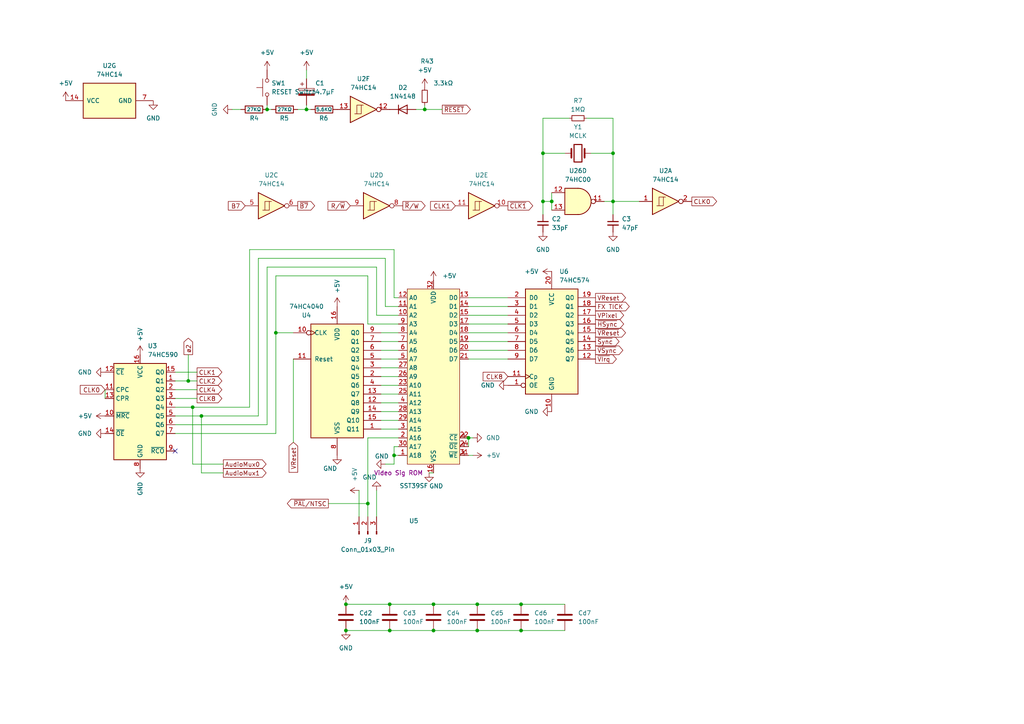
<source format=kicad_sch>
(kicad_sch (version 20231120) (generator "eeschema") (generator_version "8.0")
  (paper "A4")
  (title_block (title "Clock and Reset"))
  (lib_symbols
    (symbol "4xxx:4040" (pin_names (offset 1.016))
      (property "Reference" "U" (at -7.62 16.51 0))
      (property "Value" "4040" (at -7.62 -19.05 0))
      (symbol "4040_1_0"
        (pin output line (at 12.7 -15.24 180) (length 5.08) (name "Q11") (number "1"))
        (pin input inverted_clock (at -12.7 12.7 0) (length 5.08) (name "CLK") (number "10"))
        (pin input line (at -12.7 5.08 0) (length 5.08) (name "Reset") (number "11"))
        (pin output line (at 12.7 -7.62 180) (length 5.08) (name "Q8") (number "12"))
        (pin output line (at 12.7 -5.08 180) (length 5.08) (name "Q7") (number "13"))
        (pin output line (at 12.7 -10.16 180) (length 5.08) (name "Q9") (number "14"))
        (pin output line (at 12.7 -12.7 180) (length 5.08) (name "Q10") (number "15"))
        (pin power_in line (at 0 20.32 270) (length 5.08) (name "VDD") (number "16"))
        (pin output line (at 12.7 0 180) (length 5.08) (name "Q5") (number "2"))
        (pin output line (at 12.7 2.54 180) (length 5.08) (name "Q4") (number "3"))
        (pin output line (at 12.7 -2.54 180) (length 5.08) (name "Q6") (number "4"))
        (pin output line (at 12.7 5.08 180) (length 5.08) (name "Q3") (number "5"))
        (pin output line (at 12.7 7.62 180) (length 5.08) (name "Q2") (number "6"))
        (pin output line (at 12.7 10.16 180) (length 5.08) (name "Q1") (number "7"))
        (pin power_in line (at 0 -22.86 90) (length 5.08) (name "VSS") (number "8"))
        (pin output line (at 12.7 12.7 180) (length 5.08) (name "Q0") (number "9"))
      )
      (symbol "4040_1_1"
        (rectangle (start -7.62 15.24) (end 7.62 -17.78) (stroke (width 0.254)) (fill (type background)))
      )
    )
    (symbol "74xx:74HC00" (pin_names (offset 1.016))
      (property "Reference" "U" (at 0 1.27 0))
      (property "Value" "74HC00" (at 0 -1.27 0))
      (symbol "74HC00_1_1"
        (arc (start 0 -3.81) (mid 3.7934 0) (end 0 3.81) (stroke (width 0.254)) (fill (type background)))
        (polyline (pts (xy 0 3.81) (xy -3.81 3.81) (xy -3.81 -3.81) (xy 0 -3.81)) (stroke (width 0.254)) (fill (type background)))
        (pin input line (at -7.62 2.54 0) (length 3.81) (name "~") (number "1"))
        (pin input line (at -7.62 -2.54 0) (length 3.81) (name "~") (number "2"))
        (pin output inverted (at 7.62 0 180) (length 3.81) (name "~") (number "3"))
      )
      (symbol "74HC00_1_2"
        (arc (start -3.81 -3.81) (mid -2.589 0) (end -3.81 3.81) (stroke (width 0.254)))
        (arc (start -0.6096 -3.81) (mid 2.1842 -2.5851) (end 3.81 0) (stroke (width 0.254)) (fill (type background)))
        (polyline (pts (xy -3.81 -3.81) (xy -0.635 -3.81)) (stroke (width 0.254)) (fill (type background)))
        (polyline (pts (xy -3.81 3.81) (xy -0.635 3.81)) (stroke (width 0.254)) (fill (type background)))
        (polyline (pts (xy -0.635 3.81) (xy -3.81 3.81) (xy -3.81 3.81) (xy -3.556 3.4036) (xy -3.0226 2.2606) (xy -2.6924 1.0414) (xy -2.6162 -0.254) (xy -2.7686 -1.4986) (xy -3.175 -2.7178) (xy -3.81 -3.81) (xy -3.81 -3.81) (xy -0.635 -3.81)) (stroke (width -25.4)) (fill (type background)))
        (arc (start 3.81 0) (mid 2.1915 2.5936) (end -0.6096 3.81) (stroke (width 0.254)) (fill (type background)))
        (pin input inverted (at -7.62 2.54 0) (length 4.318) (name "~") (number "1"))
        (pin input inverted (at -7.62 -2.54 0) (length 4.318) (name "~") (number "2"))
        (pin output line (at 7.62 0 180) (length 3.81) (name "~") (number "3"))
      )
      (symbol "74HC00_2_1"
        (arc (start 0 -3.81) (mid 3.7934 0) (end 0 3.81) (stroke (width 0.254)) (fill (type background)))
        (polyline (pts (xy 0 3.81) (xy -3.81 3.81) (xy -3.81 -3.81) (xy 0 -3.81)) (stroke (width 0.254)) (fill (type background)))
        (pin input line (at -7.62 2.54 0) (length 3.81) (name "~") (number "4"))
        (pin input line (at -7.62 -2.54 0) (length 3.81) (name "~") (number "5"))
        (pin output inverted (at 7.62 0 180) (length 3.81) (name "~") (number "6"))
      )
      (symbol "74HC00_2_2"
        (arc (start -3.81 -3.81) (mid -2.589 0) (end -3.81 3.81) (stroke (width 0.254)))
        (arc (start -0.6096 -3.81) (mid 2.1842 -2.5851) (end 3.81 0) (stroke (width 0.254)) (fill (type background)))
        (polyline (pts (xy -3.81 -3.81) (xy -0.635 -3.81)) (stroke (width 0.254)) (fill (type background)))
        (polyline (pts (xy -3.81 3.81) (xy -0.635 3.81)) (stroke (width 0.254)) (fill (type background)))
        (polyline (pts (xy -0.635 3.81) (xy -3.81 3.81) (xy -3.81 3.81) (xy -3.556 3.4036) (xy -3.0226 2.2606) (xy -2.6924 1.0414) (xy -2.6162 -0.254) (xy -2.7686 -1.4986) (xy -3.175 -2.7178) (xy -3.81 -3.81) (xy -3.81 -3.81) (xy -0.635 -3.81)) (stroke (width -25.4)) (fill (type background)))
        (arc (start 3.81 0) (mid 2.1915 2.5936) (end -0.6096 3.81) (stroke (width 0.254)) (fill (type background)))
        (pin input inverted (at -7.62 2.54 0) (length 4.318) (name "~") (number "4"))
        (pin input inverted (at -7.62 -2.54 0) (length 4.318) (name "~") (number "5"))
        (pin output line (at 7.62 0 180) (length 3.81) (name "~") (number "6"))
      )
      (symbol "74HC00_3_1"
        (arc (start 0 -3.81) (mid 3.7934 0) (end 0 3.81) (stroke (width 0.254)) (fill (type background)))
        (polyline (pts (xy 0 3.81) (xy -3.81 3.81) (xy -3.81 -3.81) (xy 0 -3.81)) (stroke (width 0.254)) (fill (type background)))
        (pin input line (at -7.62 -2.54 0) (length 3.81) (name "~") (number "10"))
        (pin output inverted (at 7.62 0 180) (length 3.81) (name "~") (number "8"))
        (pin input line (at -7.62 2.54 0) (length 3.81) (name "~") (number "9"))
      )
      (symbol "74HC00_3_2"
        (arc (start -3.81 -3.81) (mid -2.589 0) (end -3.81 3.81) (stroke (width 0.254)))
        (arc (start -0.6096 -3.81) (mid 2.1842 -2.5851) (end 3.81 0) (stroke (width 0.254)) (fill (type background)))
        (polyline (pts (xy -3.81 -3.81) (xy -0.635 -3.81)) (stroke (width 0.254)) (fill (type background)))
        (polyline (pts (xy -3.81 3.81) (xy -0.635 3.81)) (stroke (width 0.254)) (fill (type background)))
        (polyline (pts (xy -0.635 3.81) (xy -3.81 3.81) (xy -3.81 3.81) (xy -3.556 3.4036) (xy -3.0226 2.2606) (xy -2.6924 1.0414) (xy -2.6162 -0.254) (xy -2.7686 -1.4986) (xy -3.175 -2.7178) (xy -3.81 -3.81) (xy -3.81 -3.81) (xy -0.635 -3.81)) (stroke (width -25.4)) (fill (type background)))
        (arc (start 3.81 0) (mid 2.1915 2.5936) (end -0.6096 3.81) (stroke (width 0.254)) (fill (type background)))
        (pin input inverted (at -7.62 -2.54 0) (length 4.318) (name "~") (number "10"))
        (pin output line (at 7.62 0 180) (length 3.81) (name "~") (number "8"))
        (pin input inverted (at -7.62 2.54 0) (length 4.318) (name "~") (number "9"))
      )
      (symbol "74HC00_4_1"
        (arc (start 0 -3.81) (mid 3.7934 0) (end 0 3.81) (stroke (width 0.254)) (fill (type background)))
        (polyline (pts (xy 0 3.81) (xy -3.81 3.81) (xy -3.81 -3.81) (xy 0 -3.81)) (stroke (width 0.254)) (fill (type background)))
        (pin output inverted (at 7.62 0 180) (length 3.81) (name "~") (number "11"))
        (pin input line (at -7.62 2.54 0) (length 3.81) (name "~") (number "12"))
        (pin input line (at -7.62 -2.54 0) (length 3.81) (name "~") (number "13"))
      )
      (symbol "74HC00_4_2"
        (arc (start -3.81 -3.81) (mid -2.589 0) (end -3.81 3.81) (stroke (width 0.254)))
        (arc (start -0.6096 -3.81) (mid 2.1842 -2.5851) (end 3.81 0) (stroke (width 0.254)) (fill (type background)))
        (polyline (pts (xy -3.81 -3.81) (xy -0.635 -3.81)) (stroke (width 0.254)) (fill (type background)))
        (polyline (pts (xy -3.81 3.81) (xy -0.635 3.81)) (stroke (width 0.254)) (fill (type background)))
        (polyline (pts (xy -0.635 3.81) (xy -3.81 3.81) (xy -3.81 3.81) (xy -3.556 3.4036) (xy -3.0226 2.2606) (xy -2.6924 1.0414) (xy -2.6162 -0.254) (xy -2.7686 -1.4986) (xy -3.175 -2.7178) (xy -3.81 -3.81) (xy -3.81 -3.81) (xy -0.635 -3.81)) (stroke (width -25.4)) (fill (type background)))
        (arc (start 3.81 0) (mid 2.1915 2.5936) (end -0.6096 3.81) (stroke (width 0.254)) (fill (type background)))
        (pin output line (at 7.62 0 180) (length 3.81) (name "~") (number "11"))
        (pin input inverted (at -7.62 2.54 0) (length 4.318) (name "~") (number "12"))
        (pin input inverted (at -7.62 -2.54 0) (length 4.318) (name "~") (number "13"))
      )
      (symbol "74HC00_5_0"
        (pin power_in line (at 0 12.7 270) (length 5.08) (name "VCC") (number "14"))
        (pin power_in line (at 0 -12.7 90) (length 5.08) (name "GND") (number "7"))
      )
      (symbol "74HC00_5_1"
        (rectangle (start -5.08 7.62) (end 5.08 -7.62) (stroke (width 0.254)) (fill (type background)))
      )
    )
    (symbol "74xx:74HC14" (pin_names (offset 1.016))
      (property "Reference" "U" (at 0 1.27 0))
      (property "Value" "74HC14" (at 0 -1.27 0))
      (symbol "74HC14_1_0"
        (polyline (pts (xy -3.81 3.81) (xy -3.81 -3.81) (xy 3.81 0) (xy -3.81 3.81)) (stroke (width 0.254)) (fill (type background)))
        (pin input line (at -7.62 0 0) (length 3.81) (name "~") (number "1"))
        (pin output inverted (at 7.62 0 180) (length 3.81) (name "~") (number "2"))
      )
      (symbol "74HC14_1_1"
        (polyline (pts (xy -1.905 -1.27) (xy -1.905 1.27) (xy -0.635 1.27)))
        (polyline (pts (xy -2.54 -1.27) (xy -0.635 -1.27) (xy -0.635 1.27) (xy 0 1.27)))
      )
      (symbol "74HC14_2_0"
        (polyline (pts (xy -3.81 3.81) (xy -3.81 -3.81) (xy 3.81 0) (xy -3.81 3.81)) (stroke (width 0.254)) (fill (type background)))
        (pin input line (at -7.62 0 0) (length 3.81) (name "~") (number "3"))
        (pin output inverted (at 7.62 0 180) (length 3.81) (name "~") (number "4"))
      )
      (symbol "74HC14_2_1"
        (polyline (pts (xy -1.905 -1.27) (xy -1.905 1.27) (xy -0.635 1.27)))
        (polyline (pts (xy -2.54 -1.27) (xy -0.635 -1.27) (xy -0.635 1.27) (xy 0 1.27)))
      )
      (symbol "74HC14_3_0"
        (polyline (pts (xy -3.81 3.81) (xy -3.81 -3.81) (xy 3.81 0) (xy -3.81 3.81)) (stroke (width 0.254)) (fill (type background)))
        (pin input line (at -7.62 0 0) (length 3.81) (name "~") (number "5"))
        (pin output inverted (at 7.62 0 180) (length 3.81) (name "~") (number "6"))
      )
      (symbol "74HC14_3_1"
        (polyline (pts (xy -1.905 -1.27) (xy -1.905 1.27) (xy -0.635 1.27)))
        (polyline (pts (xy -2.54 -1.27) (xy -0.635 -1.27) (xy -0.635 1.27) (xy 0 1.27)))
      )
      (symbol "74HC14_4_0"
        (polyline (pts (xy -3.81 3.81) (xy -3.81 -3.81) (xy 3.81 0) (xy -3.81 3.81)) (stroke (width 0.254)) (fill (type background)))
        (pin output inverted (at 7.62 0 180) (length 3.81) (name "~") (number "8"))
        (pin input line (at -7.62 0 0) (length 3.81) (name "~") (number "9"))
      )
      (symbol "74HC14_4_1"
        (polyline (pts (xy -1.905 -1.27) (xy -1.905 1.27) (xy -0.635 1.27)))
        (polyline (pts (xy -2.54 -1.27) (xy -0.635 -1.27) (xy -0.635 1.27) (xy 0 1.27)))
      )
      (symbol "74HC14_5_0"
        (polyline (pts (xy -3.81 3.81) (xy -3.81 -3.81) (xy 3.81 0) (xy -3.81 3.81)) (stroke (width 0.254)) (fill (type background)))
        (pin output inverted (at 7.62 0 180) (length 3.81) (name "~") (number "10"))
        (pin input line (at -7.62 0 0) (length 3.81) (name "~") (number "11"))
      )
      (symbol "74HC14_5_1"
        (polyline (pts (xy -1.905 -1.27) (xy -1.905 1.27) (xy -0.635 1.27)))
        (polyline (pts (xy -2.54 -1.27) (xy -0.635 -1.27) (xy -0.635 1.27) (xy 0 1.27)))
      )
      (symbol "74HC14_6_0"
        (polyline (pts (xy -3.81 3.81) (xy -3.81 -3.81) (xy 3.81 0) (xy -3.81 3.81)) (stroke (width 0.254)) (fill (type background)))
        (pin output inverted (at 7.62 0 180) (length 3.81) (name "~") (number "12"))
        (pin input line (at -7.62 0 0) (length 3.81) (name "~") (number "13"))
      )
      (symbol "74HC14_6_1"
        (polyline (pts (xy -1.905 -1.27) (xy -1.905 1.27) (xy -0.635 1.27)))
        (polyline (pts (xy -2.54 -1.27) (xy -0.635 -1.27) (xy -0.635 1.27) (xy 0 1.27)))
      )
      (symbol "74HC14_7_0"
        (pin power_in line (at 0 12.7 270) (length 5.08) (name "VCC") (number "14"))
        (pin power_in line (at 0 -12.7 90) (length 5.08) (name "GND") (number "7"))
      )
      (symbol "74HC14_7_1"
        (rectangle (start -5.08 7.62) (end 5.08 -7.62) (stroke (width 0.254)) (fill (type background)))
      )
    )
    (symbol "74xx:74HC590"
      (property "Reference" "U" (at -7.62 16.51 0))
      (property "Value" "74HC590" (at -7.62 -13.97 0))
      (symbol "74HC590_1_0"
        (pin tri_state line (at 10.16 10.16 180) (length 2.54) (name "Q1") (number "1"))
        (pin input line (at -10.16 0 0) (length 2.54) (name "~{MRC}") (number "10"))
        (pin input line (at -10.16 7.62 0) (length 2.54) (name "CPC") (number "11"))
        (pin input line (at -10.16 12.7 0) (length 2.54) (name "~{CE}") (number "12"))
        (pin input line (at -10.16 5.08 0) (length 2.54) (name "CPR") (number "13"))
        (pin input line (at -10.16 -5.08 0) (length 2.54) (name "~{OE}") (number "14"))
        (pin tri_state line (at 10.16 12.7 180) (length 2.54) (name "Q0") (number "15"))
        (pin power_in line (at 0 17.78 270) (length 2.54) (name "VCC") (number "16"))
        (pin tri_state line (at 10.16 7.62 180) (length 2.54) (name "Q2") (number "2"))
        (pin tri_state line (at 10.16 5.08 180) (length 2.54) (name "Q3") (number "3"))
        (pin tri_state line (at 10.16 2.54 180) (length 2.54) (name "Q4") (number "4"))
        (pin tri_state line (at 10.16 0 180) (length 2.54) (name "Q5") (number "5"))
        (pin tri_state line (at 10.16 -2.54 180) (length 2.54) (name "Q6") (number "6"))
        (pin tri_state line (at 10.16 -5.08 180) (length 2.54) (name "Q7") (number "7"))
        (pin power_in line (at 0 -15.24 90) (length 2.54) (name "GND") (number "8"))
        (pin output line (at 10.16 -10.16 180) (length 2.54) (name "~{RCO}") (number "9"))
      )
      (symbol "74HC590_1_1"
        (rectangle (start -7.62 15.24) (end 7.62 -12.7) (stroke (width 0.254)) (fill (type background)))
      )
    )
    (symbol "74xx:74HCT574" (pin_names (offset 1.016))
      (property "Reference" "U" (at -7.62 16.51 0))
      (property "Value" "74HCT574" (at -7.62 -16.51 0))
      (symbol "74HCT574_1_0"
        (pin input inverted (at -12.7 -12.7 0) (length 5.08) (name "OE") (number "1"))
        (pin power_in line (at 0 -20.32 90) (length 5.08) (name "GND") (number "10"))
        (pin input clock (at -12.7 -10.16 0) (length 5.08) (name "Cp") (number "11"))
        (pin tri_state line (at 12.7 -5.08 180) (length 5.08) (name "Q7") (number "12"))
        (pin tri_state line (at 12.7 -2.54 180) (length 5.08) (name "Q6") (number "13"))
        (pin tri_state line (at 12.7 0 180) (length 5.08) (name "Q5") (number "14"))
        (pin tri_state line (at 12.7 2.54 180) (length 5.08) (name "Q4") (number "15"))
        (pin tri_state line (at 12.7 5.08 180) (length 5.08) (name "Q3") (number "16"))
        (pin tri_state line (at 12.7 7.62 180) (length 5.08) (name "Q2") (number "17"))
        (pin tri_state line (at 12.7 10.16 180) (length 5.08) (name "Q1") (number "18"))
        (pin tri_state line (at 12.7 12.7 180) (length 5.08) (name "Q0") (number "19"))
        (pin input line (at -12.7 12.7 0) (length 5.08) (name "D0") (number "2"))
        (pin power_in line (at 0 20.32 270) (length 5.08) (name "VCC") (number "20"))
        (pin input line (at -12.7 10.16 0) (length 5.08) (name "D1") (number "3"))
        (pin input line (at -12.7 7.62 0) (length 5.08) (name "D2") (number "4"))
        (pin input line (at -12.7 5.08 0) (length 5.08) (name "D3") (number "5"))
        (pin input line (at -12.7 2.54 0) (length 5.08) (name "D4") (number "6"))
        (pin input line (at -12.7 0 0) (length 5.08) (name "D5") (number "7"))
        (pin input line (at -12.7 -2.54 0) (length 5.08) (name "D6") (number "8"))
        (pin input line (at -12.7 -5.08 0) (length 5.08) (name "D7") (number "9"))
      )
      (symbol "74HCT574_1_1"
        (rectangle (start -7.62 15.24) (end 7.62 -15.24) (stroke (width 0.254)) (fill (type background)))
      )
    )
    (symbol "Connector:Conn_01x03_Pin" (pin_names (offset 1.016) hide)
      (property "Reference" "J" (at 0 5.08 0))
      (property "Value" "Conn_01x03_Pin" (at 0 -5.08 0))
      (symbol "Conn_01x03_Pin_1_1"
        (polyline (pts (xy 1.27 -2.54) (xy 0.8636 -2.54)) (stroke (width 0.1524)))
        (polyline (pts (xy 1.27 0) (xy 0.8636 0)) (stroke (width 0.1524)))
        (polyline (pts (xy 1.27 2.54) (xy 0.8636 2.54)) (stroke (width 0.1524)))
        (rectangle (start 0.8636 -2.413) (end 0 -2.667) (stroke (width 0.1524)) (fill (type outline)))
        (rectangle (start 0.8636 0.127) (end 0 -0.127) (stroke (width 0.1524)) (fill (type outline)))
        (rectangle (start 0.8636 2.667) (end 0 2.413) (stroke (width 0.1524)) (fill (type outline)))
        (pin passive line (at 5.08 2.54 180) (length 3.81) (name "Pin_1") (number "1"))
        (pin passive line (at 5.08 0 180) (length 3.81) (name "Pin_2") (number "2"))
        (pin passive line (at 5.08 -2.54 180) (length 3.81) (name "Pin_3") (number "3"))
      )
    )
    (symbol "Device:C" (pin_numbers hide) (pin_names (offset 0.254))
      (property "Reference" "C" (at 0.635 2.54 0))
      (property "Value" "C" (at 0.635 -2.54 0))
      (symbol "C_0_1"
        (polyline (pts (xy -2.032 -0.762) (xy 2.032 -0.762)) (stroke (width 0.508)))
        (polyline (pts (xy -2.032 0.762) (xy 2.032 0.762)) (stroke (width 0.508)))
      )
      (symbol "C_1_1"
        (pin passive line (at 0 3.81 270) (length 2.794) (name "~") (number "1"))
        (pin passive line (at 0 -3.81 90) (length 2.794) (name "~") (number "2"))
      )
    )
    (symbol "Device:C_Polarized" (pin_numbers hide) (pin_names (offset 0.254))
      (property "Reference" "C" (at 0.635 2.54 0))
      (property "Value" "C_Polarized" (at 0.635 -2.54 0))
      (symbol "C_Polarized_0_1"
        (rectangle (start -2.286 0.508) (end 2.286 1.016))
        (polyline (pts (xy -1.778 2.286) (xy -0.762 2.286)))
        (polyline (pts (xy -1.27 2.794) (xy -1.27 1.778)))
        (rectangle (start 2.286 -0.508) (end -2.286 -1.016) (fill (type outline)))
      )
      (symbol "C_Polarized_1_1"
        (pin passive line (at 0 3.81 270) (length 2.794) (name "~") (number "1"))
        (pin passive line (at 0 -3.81 90) (length 2.794) (name "~") (number "2"))
      )
    )
    (symbol "Device:C_Small" (pin_numbers hide) (pin_names (offset 0.254) hide)
      (property "Reference" "C" (at 0.254 1.778 0))
      (property "Value" "C_Small" (at 0.254 -2.032 0))
      (symbol "C_Small_0_1"
        (polyline (pts (xy -1.524 -0.508) (xy 1.524 -0.508)) (stroke (width 0.3302)))
        (polyline (pts (xy -1.524 0.508) (xy 1.524 0.508)) (stroke (width 0.3048)))
      )
      (symbol "C_Small_1_1"
        (pin passive line (at 0 2.54 270) (length 2.032) (name "~") (number "1"))
        (pin passive line (at 0 -2.54 90) (length 2.032) (name "~") (number "2"))
      )
    )
    (symbol "Device:Crystal" (pin_numbers hide) (pin_names (offset 1.016) hide)
      (property "Reference" "Y" (at 0 3.81 0))
      (property "Value" "Crystal" (at 0 -3.81 0))
      (symbol "Crystal_0_1"
        (rectangle (start -1.143 2.54) (end 1.143 -2.54) (stroke (width 0.3048)))
        (polyline (pts (xy -2.54 0) (xy -1.905 0)))
        (polyline (pts (xy -1.905 -1.27) (xy -1.905 1.27)) (stroke (width 0.508)))
        (polyline (pts (xy 1.905 -1.27) (xy 1.905 1.27)) (stroke (width 0.508)))
        (polyline (pts (xy 2.54 0) (xy 1.905 0)))
      )
      (symbol "Crystal_1_1"
        (pin passive line (at -3.81 0 0) (length 1.27) (name "1") (number "1"))
        (pin passive line (at 3.81 0 180) (length 1.27) (name "2") (number "2"))
      )
    )
    (symbol "Device:R" (pin_numbers hide) (pin_names (offset 0))
      (property "Reference" "R" (at 2.032 0 90))
      (property "Value" "R" (at 0 0 90))
      (symbol "R_0_1"
        (rectangle (start -1.016 -2.54) (end 1.016 2.54) (stroke (width 0.254)))
      )
      (symbol "R_1_1"
        (pin passive line (at 0 3.81 270) (length 1.27) (name "~") (number "1"))
        (pin passive line (at 0 -3.81 90) (length 1.27) (name "~") (number "2"))
      )
    )
    (symbol "Device:R_Small" (pin_numbers hide) (pin_names (offset 0.254) hide)
      (property "Reference" "R" (at 0.762 0.508 0))
      (property "Value" "R_Small" (at 0.762 -1.016 0))
      (symbol "R_Small_0_1"
        (rectangle (start -0.762 1.778) (end 0.762 -1.778) (stroke (width 0.2032)))
      )
      (symbol "R_Small_1_1"
        (pin passive line (at 0 2.54 270) (length 0.762) (name "~") (number "1"))
        (pin passive line (at 0 -2.54 90) (length 0.762) (name "~") (number "2"))
      )
    )
    (symbol "Diode:1N4148" (pin_numbers hide) (pin_names hide)
      (property "Reference" "D" (at 0 2.54 0))
      (property "Value" "1N4148" (at 0 -2.54 0))
      (symbol "1N4148_0_1"
        (polyline (pts (xy -1.27 1.27) (xy -1.27 -1.27)) (stroke (width 0.254)))
        (polyline (pts (xy 1.27 0) (xy -1.27 0)))
        (polyline (pts (xy 1.27 1.27) (xy 1.27 -1.27) (xy -1.27 0) (xy 1.27 1.27)) (stroke (width 0.254)))
      )
      (symbol "1N4148_1_1"
        (pin passive line (at -3.81 0 0) (length 2.54) (name "K") (number "1"))
        (pin passive line (at 3.81 0 180) (length 2.54) (name "A") (number "2"))
      )
    )
    (symbol "Memory_Lib:SST39SF040"
      (property "Reference" "U" (at 11.43 54.61 0))
      (property "Value" "SST39SF040" (at 19.05 52.07 0))
      (symbol "SST39SF040_1_1"
        (rectangle (start 0 50.8) (end 15.24 0) (fill (type background)))
        (pin input line (at -2.54 2.54 0) (length 2.54) (name "A18") (number "1"))
        (pin input line (at -2.54 43.18 0) (length 2.54) (name "A2") (number "10"))
        (pin input line (at -2.54 45.72 0) (length 2.54) (name "A1") (number "11"))
        (pin input line (at -2.54 48.26 0) (length 2.54) (name "A0") (number "12"))
        (pin bidirectional line (at 17.78 48.26 180) (length 2.54) (name "D0") (number "13"))
        (pin bidirectional line (at 17.78 45.72 180) (length 2.54) (name "D1") (number "14"))
        (pin bidirectional line (at 17.78 43.18 180) (length 2.54) (name "D2") (number "15"))
        (pin power_in line (at 7.62 -2.54 90) (length 2.54) (name "VSS") (number "16"))
        (pin bidirectional line (at 17.78 40.64 180) (length 2.54) (name "D3") (number "17"))
        (pin bidirectional line (at 17.78 38.1 180) (length 2.54) (name "D4") (number "18"))
        (pin bidirectional line (at 17.78 35.56 180) (length 2.54) (name "D5") (number "19"))
        (pin input line (at -2.54 7.62 0) (length 2.54) (name "A16") (number "2"))
        (pin bidirectional line (at 17.78 33.02 180) (length 2.54) (name "D6") (number "20"))
        (pin bidirectional line (at 17.78 30.48 180) (length 2.54) (name "D7") (number "21"))
        (pin input input_low (at 17.78 7.62 180) (length 2.54) (name "~{CE}") (number "22"))
        (pin input line (at -2.54 22.86 0) (length 2.54) (name "A10") (number "23"))
        (pin input input_low (at 17.78 5.08 180) (length 2.54) (name "~{OE}") (number "24"))
        (pin input line (at -2.54 20.32 0) (length 2.54) (name "A11") (number "25"))
        (pin input line (at -2.54 25.4 0) (length 2.54) (name "A9") (number "26"))
        (pin input line (at -2.54 27.94 0) (length 2.54) (name "A8") (number "27"))
        (pin input line (at -2.54 15.24 0) (length 2.54) (name "A13") (number "28"))
        (pin input line (at -2.54 12.7 0) (length 2.54) (name "A14") (number "29"))
        (pin input line (at -2.54 10.16 0) (length 2.54) (name "A15") (number "3"))
        (pin input line (at -2.54 5.08 0) (length 2.54) (name "A17") (number "30"))
        (pin input input_low (at 17.78 2.54 180) (length 2.54) (name "~{WE}") (number "31"))
        (pin power_in line (at 7.62 53.34 270) (length 2.54) (name "VDD") (number "32"))
        (pin input line (at -2.54 17.78 0) (length 2.54) (name "A12") (number "4"))
        (pin input line (at -2.54 30.48 0) (length 2.54) (name "A7") (number "5"))
        (pin input line (at -2.54 33.02 0) (length 2.54) (name "A6") (number "6"))
        (pin input line (at -2.54 35.56 0) (length 2.54) (name "A5") (number "7"))
        (pin input line (at -2.54 38.1 0) (length 2.54) (name "A4") (number "8"))
        (pin input line (at -2.54 40.64 0) (length 2.54) (name "A3") (number "9"))
      )
    )
    (symbol "Switch:SW_Push" (pin_numbers hide) (pin_names (offset 1.016) hide)
      (property "Reference" "SW" (at 1.27 2.54 0))
      (property "Value" "SW_Push" (at 0 -1.524 0))
      (symbol "SW_Push_0_1"
        (circle (center -2.032 0) (radius 0.508))
        (polyline (pts (xy 0 1.27) (xy 0 3.048)))
        (polyline (pts (xy 2.54 1.27) (xy -2.54 1.27)))
        (circle (center 2.032 0) (radius 0.508))
        (pin passive line (at -5.08 0 0) (length 2.54) (name "1") (number "1"))
        (pin passive line (at 5.08 0 180) (length 2.54) (name "2") (number "2"))
      )
    )
    (symbol "power:+5V" (power) (pin_names (offset 0))
      (property "Value" "+5V" (at 0 3.556 0))
      (symbol "+5V_0_1"
        (polyline (pts (xy -0.762 1.27) (xy 0 2.54)))
        (polyline (pts (xy 0 0) (xy 0 2.54)))
        (polyline (pts (xy 0 2.54) (xy 0.762 1.27)))
      )
      (symbol "+5V_1_1"
        (pin power_in line (at 0 0 90) (length 0) hide (name "+5V") (number "1"))
      )
    )
    (symbol "power:GND" (power) (pin_names (offset 0))
      (property "Value" "GND" (at 0 -3.81 0))
      (symbol "GND_0_1"
        (polyline (pts (xy 0 0) (xy 0 -1.27) (xy 1.27 -1.27) (xy 0 -2.54) (xy -1.27 -1.27) (xy 0 -1.27)))
      )
      (symbol "GND_1_1"
        (pin power_in line (at 0 0 270) (length 0) hide (name "GND") (number "1"))
      )
    )
  )
  (junction (at 54.61 110.49))
  (junction (at 100.33 182.88))
  (junction (at 151.13 175.26))
  (junction (at 160.02 58.42))
  (junction (at 55.88 118.11))
  (junction (at 113.03 182.88))
  (junction (at 113.03 175.26))
  (junction (at 151.13 182.88))
  (junction (at 125.73 182.88))
  (junction (at 138.43 175.26))
  (junction (at 114.3 132.08))
  (junction (at 77.47 31.75))
  (junction (at 123.19 31.75))
  (junction (at 177.8 44.45))
  (junction (at 138.43 182.88))
  (junction (at 58.42 120.65))
  (junction (at 177.8 58.42))
  (junction (at 100.33 175.26))
  (junction (at 157.48 58.42))
  (junction (at 80.01 96.52))
  (junction (at 125.73 175.26))
  (junction (at 106.68 146.05))
  (junction (at 135.89 127))
  (junction (at 88.9 31.75))
  (junction (at 157.48 44.45))
  (no_connect (at 50.8 130.81))
  (wire (pts (xy 177.8 62.23) (xy 177.8 58.42)))
  (wire (pts (xy 114.3 86.36) (xy 114.3 72.39)))
  (wire (pts (xy 170.18 34.29) (xy 177.8 34.29)))
  (wire (pts (xy 50.8 110.49) (xy 54.61 110.49)))
  (wire (pts (xy 64.77 134.62) (xy 55.88 134.62)))
  (wire (pts (xy 72.39 118.11) (xy 55.88 118.11)))
  (wire (pts (xy 80.01 96.52) (xy 85.09 96.52)))
  (wire (pts (xy 58.42 120.65) (xy 50.8 120.65)))
  (wire (pts (xy 157.48 44.45) (xy 163.83 44.45)))
  (wire (pts (xy 138.43 182.88) (xy 151.13 182.88)))
  (wire (pts (xy 115.57 99.06) (xy 110.49 99.06)))
  (wire (pts (xy 58.42 120.65) (xy 74.93 120.65)))
  (wire (pts (xy 67.31 31.75) (xy 69.85 31.75)))
  (wire (pts (xy 54.61 110.49) (xy 57.15 110.49)))
  (wire (pts (xy 137.16 127) (xy 135.89 127)))
  (wire (pts (xy 72.39 72.39) (xy 114.3 72.39)))
  (wire (pts (xy 115.57 96.52) (xy 110.49 96.52)))
  (wire (pts (xy 95.25 146.05) (xy 106.68 146.05)))
  (wire (pts (xy 115.57 109.22) (xy 110.49 109.22)))
  (wire (pts (xy 160.02 58.42) (xy 160.02 60.96)))
  (wire (pts (xy 110.49 124.46) (xy 115.57 124.46)))
  (wire (pts (xy 147.32 104.14) (xy 135.89 104.14)))
  (wire (pts (xy 77.47 31.75) (xy 77.47 30.48)))
  (wire (pts (xy 115.57 88.9) (xy 111.76 88.9)))
  (wire (pts (xy 147.32 96.52) (xy 135.89 96.52)))
  (wire (pts (xy 106.68 93.98) (xy 115.57 93.98)))
  (wire (pts (xy 151.13 182.88) (xy 163.83 182.88)))
  (wire (pts (xy 123.19 30.48) (xy 123.19 31.75)))
  (wire (pts (xy 115.57 106.68) (xy 110.49 106.68)))
  (wire (pts (xy 147.32 101.6) (xy 135.89 101.6)))
  (wire (pts (xy 114.3 132.08) (xy 114.3 129.54)))
  (wire (pts (xy 85.09 128.27) (xy 85.09 104.14)))
  (wire (pts (xy 115.57 86.36) (xy 114.3 86.36)))
  (wire (pts (xy 160.02 58.42) (xy 157.48 58.42)))
  (wire (pts (xy 177.8 58.42) (xy 185.42 58.42)))
  (wire (pts (xy 30.48 113.03) (xy 30.48 115.57)))
  (wire (pts (xy 106.68 146.05) (xy 106.68 149.86)))
  (wire (pts (xy 50.8 123.19) (xy 77.47 123.19)))
  (wire (pts (xy 77.47 123.19) (xy 77.47 77.47)))
  (wire (pts (xy 57.15 115.57) (xy 50.8 115.57)))
  (wire (pts (xy 115.57 129.54) (xy 114.3 129.54)))
  (wire (pts (xy 177.8 44.45) (xy 171.45 44.45)))
  (wire (pts (xy 115.57 104.14) (xy 110.49 104.14)))
  (wire (pts (xy 88.9 20.32) (xy 88.9 22.86)))
  (wire (pts (xy 106.68 127) (xy 115.57 127)))
  (wire (pts (xy 160.02 55.88) (xy 160.02 58.42)))
  (wire (pts (xy 115.57 116.84) (xy 110.49 116.84)))
  (wire (pts (xy 54.61 102.87) (xy 54.61 110.49)))
  (wire (pts (xy 177.8 44.45) (xy 177.8 58.42)))
  (wire (pts (xy 57.15 113.03) (xy 50.8 113.03)))
  (wire (pts (xy 106.68 127) (xy 106.68 146.05)))
  (wire (pts (xy 177.8 34.29) (xy 177.8 44.45)))
  (wire (pts (xy 147.32 91.44) (xy 135.89 91.44)))
  (wire (pts (xy 115.57 111.76) (xy 110.49 111.76)))
  (wire (pts (xy 111.76 74.93) (xy 74.93 74.93)))
  (wire (pts (xy 55.88 134.62) (xy 55.88 118.11)))
  (wire (pts (xy 100.33 175.26) (xy 113.03 175.26)))
  (wire (pts (xy 175.26 58.42) (xy 177.8 58.42)))
  (wire (pts (xy 125.73 137.16) (xy 124.46 137.16)))
  (wire (pts (xy 113.03 182.88) (xy 125.73 182.88)))
  (wire (pts (xy 106.68 80.01) (xy 80.01 80.01)))
  (wire (pts (xy 111.76 134.62) (xy 114.3 134.62)))
  (wire (pts (xy 137.16 132.08) (xy 135.89 132.08)))
  (wire (pts (xy 125.73 175.26) (xy 138.43 175.26)))
  (wire (pts (xy 58.42 137.16) (xy 58.42 120.65)))
  (wire (pts (xy 100.33 182.88) (xy 113.03 182.88)))
  (wire (pts (xy 77.47 77.47) (xy 109.22 77.47)))
  (wire (pts (xy 74.93 120.65) (xy 74.93 74.93)))
  (wire (pts (xy 111.76 88.9) (xy 111.76 74.93)))
  (wire (pts (xy 135.89 127) (xy 135.89 129.54)))
  (wire (pts (xy 135.89 127) (xy 134.62 127)))
  (wire (pts (xy 78.74 31.75) (xy 77.47 31.75)))
  (wire (pts (xy 115.57 114.3) (xy 110.49 114.3)))
  (wire (pts (xy 86.36 31.75) (xy 88.9 31.75)))
  (wire (pts (xy 120.65 31.75) (xy 123.19 31.75)))
  (wire (pts (xy 147.32 99.06) (xy 135.89 99.06)))
  (wire (pts (xy 88.9 30.48) (xy 88.9 31.75)))
  (wire (pts (xy 147.32 88.9) (xy 135.89 88.9)))
  (wire (pts (xy 106.68 80.01) (xy 106.68 93.98)))
  (wire (pts (xy 55.88 118.11) (xy 50.8 118.11)))
  (wire (pts (xy 109.22 77.47) (xy 109.22 91.44)))
  (wire (pts (xy 109.22 91.44) (xy 115.57 91.44)))
  (wire (pts (xy 151.13 175.26) (xy 163.83 175.26)))
  (wire (pts (xy 104.14 149.86) (xy 104.14 142.24)))
  (wire (pts (xy 157.48 44.45) (xy 157.48 58.42)))
  (wire (pts (xy 138.43 175.26) (xy 151.13 175.26)))
  (wire (pts (xy 165.1 34.29) (xy 157.48 34.29)))
  (wire (pts (xy 157.48 34.29) (xy 157.48 44.45)))
  (wire (pts (xy 72.39 72.39) (xy 72.39 118.11)))
  (wire (pts (xy 57.15 107.95) (xy 50.8 107.95)))
  (wire (pts (xy 115.57 119.38) (xy 110.49 119.38)))
  (wire (pts (xy 125.73 182.88) (xy 138.43 182.88)))
  (wire (pts (xy 115.57 132.08) (xy 114.3 132.08)))
  (wire (pts (xy 80.01 125.73) (xy 80.01 96.52)))
  (wire (pts (xy 80.01 96.52) (xy 80.01 80.01)))
  (wire (pts (xy 115.57 101.6) (xy 110.49 101.6)))
  (wire (pts (xy 110.49 121.92) (xy 115.57 121.92)))
  (wire (pts (xy 123.19 31.75) (xy 128.27 31.75)))
  (wire (pts (xy 109.22 149.86) (xy 109.22 142.24)))
  (wire (pts (xy 147.32 86.36) (xy 135.89 86.36)))
  (wire (pts (xy 114.3 134.62) (xy 114.3 132.08)))
  (wire (pts (xy 50.8 125.73) (xy 80.01 125.73)))
  (wire (pts (xy 147.32 93.98) (xy 135.89 93.98)))
  (wire (pts (xy 157.48 62.23) (xy 157.48 58.42)))
  (wire (pts (xy 90.17 31.75) (xy 88.9 31.75)))
  (wire (pts (xy 113.03 175.26) (xy 125.73 175.26)))
  (wire (pts (xy 64.77 137.16) (xy 58.42 137.16)))
  (global_label "~{R}{slash}W" (shape output) (at 116.84 59.69 0) (property "Intersheetrefs" "${INTERSHEET_REFS}" (effects (hide yes))))
  (global_label "CLK0" (shape input) (at 30.48 113.03 180) (property "Intersheetrefs" "${INTERSHEET_REFS}" (effects (hide yes))))
  (global_label "~{VIrq}" (shape output) (at 172.72 104.14 0) (property "Intersheetrefs" "${INTERSHEET_REFS}" (effects (hide yes))))
  (global_label "~{Sync}" (shape output) (at 172.72 99.06 0) (property "Intersheetrefs" "${INTERSHEET_REFS}" (effects (hide yes))))
  (global_label "~{VSync}" (shape output) (at 172.72 101.6 0) (property "Intersheetrefs" "${INTERSHEET_REFS}" (effects (hide yes))))
  (global_label "~{PAL}{slash}NTSC" (shape output) (at 95.25 146.05 180) (property "Intersheetrefs" "${INTERSHEET_REFS}" (effects (hide yes))))
  (global_label "ø2" (shape output) (at 54.61 102.87 90) (property "Intersheetrefs" "${INTERSHEET_REFS}" (effects (hide yes))))
  (global_label "AudioMux1" (shape output) (at 64.77 137.16 0) (property "Intersheetrefs" "${INTERSHEET_REFS}" (effects (hide yes))))
  (global_label "CLK1" (shape output) (at 57.15 107.95 0) (property "Intersheetrefs" "${INTERSHEET_REFS}" (effects (hide yes))))
  (global_label "VReset" (shape input) (at 85.09 128.27 270) (property "Intersheetrefs" "${INTERSHEET_REFS}" (effects (hide yes))))
  (global_label "VReset" (shape output) (at 172.72 86.36 0) (property "Intersheetrefs" "${INTERSHEET_REFS}" (effects (hide yes))))
  (global_label "~{HSync}" (shape output) (at 172.72 93.98 0) (property "Intersheetrefs" "${INTERSHEET_REFS}" (effects (hide yes))))
  (global_label "CLK2" (shape output) (at 57.15 110.49 0) (property "Intersheetrefs" "${INTERSHEET_REFS}" (effects (hide yes))))
  (global_label "CLK1" (shape input) (at 132.08 59.69 180) (property "Intersheetrefs" "${INTERSHEET_REFS}" (effects (hide yes))))
  (global_label "~{CLK1}" (shape output) (at 147.32 59.69 0) (property "Intersheetrefs" "${INTERSHEET_REFS}" (effects (hide yes))))
  (global_label "~{RESET}" (shape output) (at 128.27 31.75 0) (property "Intersheetrefs" "${INTERSHEET_REFS}" (effects (hide yes))))
  (global_label "CLK0" (shape output) (at 200.66 58.42 0) (property "Intersheetrefs" "${INTERSHEET_REFS}" (effects (hide yes))))
  (global_label "CLK8" (shape input) (at 147.32 109.22 180) (property "Intersheetrefs" "${INTERSHEET_REFS}" (effects (hide yes))))
  (global_label "B7" (shape input) (at 71.12 59.69 180) (property "Intersheetrefs" "${INTERSHEET_REFS}" (effects (hide yes))))
  (global_label "CLK4" (shape output) (at 57.15 113.03 0) (property "Intersheetrefs" "${INTERSHEET_REFS}" (effects (hide yes))))
  (global_label "R{slash}~{W}" (shape input) (at 101.6 59.69 180) (property "Intersheetrefs" "${INTERSHEET_REFS}" (effects (hide yes))))
  (global_label "VPixel" (shape output) (at 172.72 91.44 0) (property "Intersheetrefs" "${INTERSHEET_REFS}" (effects (hide yes))))
  (global_label "CLK8" (shape output) (at 57.15 115.57 0) (property "Intersheetrefs" "${INTERSHEET_REFS}" (effects (hide yes))))
  (global_label "AudioMux0" (shape output) (at 64.77 134.62 0) (property "Intersheetrefs" "${INTERSHEET_REFS}" (effects (hide yes))))
  (global_label "~{VReset}" (shape output) (at 172.72 96.52 0) (property "Intersheetrefs" "${INTERSHEET_REFS}" (effects (hide yes))))
  (global_label "FX TICK" (shape output) (at 172.72 88.9 0) (property "Intersheetrefs" "${INTERSHEET_REFS}" (effects (hide yes))))
  (global_label "~{B7}" (shape output) (at 86.36 59.69 0) (property "Intersheetrefs" "${INTERSHEET_REFS}" (effects (hide yes))))
  (symbol (lib_id "Device:C") (at 125.73 179.07 0) (unit 1)
    (property "Reference" "Cd4" (at 129.54 177.8 0) (effects (justify left)))
    (property "Value" "100nF" (at 129.54 180.34 0) (effects (justify left)))
    (property "Footprint" "Capacitor_THT:C_Disc_D3.0mm_W1.6mm_P2.50mm" (effects (hide yes)))
  )
  (symbol (lib_id "power:GND") (at 124.46 137.16 0) (unit 1)
    (property "Reference" "#PWR025" (effects (hide yes)))
    (property "Value" "GND" (at 124.46 140.97 0) (effects (justify left)))
  )
  (symbol (lib_id "power:+5V") (at 77.47 20.32 0) (unit 1)
    (property "Reference" "#PWR016" (effects (hide yes)))
    (property "Value" "+5V" (at 77.47 15.24 0))
  )
  (symbol (lib_id "power:+5V") (at 19.05 29.21 0) (unit 1)
    (property "Reference" "#PWR09" (effects (hide yes)))
    (property "Value" "+5V" (at 19.05 24.13 0))
  )
  (symbol (lib_id "power:GND") (at 177.8 67.31 0) (unit 1)
    (property "Reference" "#PWR032" (effects (hide yes)))
    (property "Value" "GND" (at 177.8 72.39 0))
  )
  (symbol (lib_id "Device:R") (at 93.98 31.75 90) (mirror x) (unit 1)
    (property "Reference" "R6" (at 95.25 34.29 90) (effects (justify left)))
    (property "Value" "5.6KΩ" (at 93.98 31.75 90) (effects (font (size 1 1))))
    (property "Footprint" "SMAL:R_Horizontal" (effects (hide yes)))
  )
  (symbol (lib_id "power:GND") (at 109.22 142.24 180) (unit 1)
    (property "Reference" "#PWR0181" (effects (hide yes)))
    (property "Value" "GND" (at 109.22 138.43 0) (effects (justify left)))
  )
  (symbol (lib_id "74xx:74HC14") (at 139.7 59.69 0) (unit 5)
    (property "Reference" "U2" (at 139.7 50.8 0))
    (property "Value" "74HC14" (at 139.7 53.34 0))
    (property "Footprint" "Smal:DIP-14_W7.62mm_Socket_LongPads_TWEAK" (effects (hide yes)))
    (property "Datasheet" "http://www.ti.com/lit/gpn/sn74HC14" (effects (hide yes)))
  )
  (symbol (lib_id "power:+5V") (at 160.02 78.74 90) (unit 1)
    (property "Reference" "#PWR030" (effects (hide yes)))
    (property "Value" "+5V" (at 156.21 78.74 90) (effects (justify left)))
  )
  (symbol (lib_id "power:GND") (at 111.76 134.62 270) (unit 1)
    (property "Reference" "#PWR023" (effects (hide yes)))
    (property "Value" "GND" (at 110.744 132.334 90))
  )
  (symbol (lib_id "Device:R") (at 82.55 31.75 90) (mirror x) (unit 1)
    (property "Reference" "R5" (at 83.82 34.29 90) (effects (justify left)))
    (property "Value" "27KΩ" (at 82.55 31.75 90) (effects (font (size 1 1))))
    (property "Footprint" "SMAL:R_Horizontal" (effects (hide yes)))
  )
  (symbol (lib_id "power:+5V") (at 100.33 175.26 0) (unit 1)
    (property "Reference" "#PWR021" (effects (hide yes)))
    (property "Value" "+5V" (at 100.33 170.18 0))
  )
  (symbol (lib_id "74xx:74HC14") (at 78.74 59.69 0) (unit 3)
    (property "Reference" "U2" (at 78.74 50.8 0))
    (property "Value" "74HC14" (at 78.74 53.34 0))
    (property "Footprint" "Smal:DIP-14_W7.62mm_Socket_LongPads_TWEAK" (effects (hide yes)))
    (property "Datasheet" "http://www.ti.com/lit/gpn/sn74HC14" (effects (hide yes)))
  )
  (symbol (lib_id "Device:C") (at 113.03 179.07 0) (unit 1)
    (property "Reference" "Cd3" (at 116.84 177.8 0) (effects (justify left)))
    (property "Value" "100nF" (at 116.84 180.34 0) (effects (justify left)))
    (property "Footprint" "Capacitor_THT:C_Disc_D3.0mm_W1.6mm_P2.50mm" (effects (hide yes)))
  )
  (symbol (lib_id "power:+5V") (at 88.9 20.32 0) (unit 1)
    (property "Reference" "#PWR018" (effects (hide yes)))
    (property "Value" "+5V" (at 88.9 15.24 0))
  )
  (symbol (lib_id "Device:R_Small") (at 123.19 27.94 180) (unit 1)
    (property "Reference" "R43" (at 121.92 17.78 0) (effects (justify right)))
    (property "Value" "3.3kΩ" (at 125.73 24.13 0) (effects (justify right)))
    (property "Footprint" "SMAL:R_Horizontal" (effects (hide yes)))
  )
  (symbol (lib_id "power:GND") (at 40.64 135.89 0) (unit 1)
    (property "Reference" "#PWR051" (effects (hide yes)))
    (property "Value" "GND" (at 40.64 139.7 90) (effects (justify right)))
  )
  (symbol (lib_id "power:+5V") (at 125.73 81.28 0) (unit 1)
    (property "Reference" "#PWR024" (effects (hide yes)))
    (property "Value" "+5V" (at 128.27 80.01 0) (effects (justify left)))
  )
  (symbol (lib_id "power:GND") (at 67.31 31.75 270) (unit 1)
    (property "Reference" "#PWR015" (effects (hide yes)))
    (property "Value" "GND" (at 62.23 31.75 0))
  )
  (symbol (lib_id "power:+5V") (at 104.14 142.24 90) (unit 1)
    (property "Reference" "#PWR0180" (effects (hide yes)))
    (property "Value" "+5V" (at 102.87 139.7 0) (effects (justify left)))
  )
  (symbol (lib_id "Device:C") (at 100.33 179.07 0) (unit 1)
    (property "Reference" "Cd2" (at 104.14 177.8 0) (effects (justify left)))
    (property "Value" "100nF" (at 104.14 180.34 0) (effects (justify left)))
    (property "Footprint" "Capacitor_THT:C_Disc_D3.0mm_W1.6mm_P2.50mm" (effects (hide yes)))
  )
  (symbol (lib_id "Connector:Conn_01x03_Pin") (at 106.68 154.94 90) (unit 1)
    (property "Reference" "J9" (at 106.68 156.845 90))
    (property "Value" "Conn_01x03_Pin" (at 106.68 159.385 90))
    (property "Footprint" "Connector_PinHeader_2.54mm:PinHeader_1x03_P2.54mm_Vertical" (effects (hide yes)))
  )
  (symbol (lib_id "4xxx:4040") (at 97.79 109.22 0) (unit 1)
    (property "Reference" "U4" (at 88.9 91.44 0))
    (property "Value" "74HC4040" (at 88.9 88.9 0))
    (property "Footprint" "Smal:DIP-16_W7.62mm_Socket_LongPads_TWEAK" (effects (hide yes)))
    (property "Datasheet" "http://www.intersil.com/content/dam/Intersil/documents/cd40/cd4020bms-24bms-40bms.pdf" (effects (hide yes)))
  )
  (symbol (lib_id "Device:R") (at 73.66 31.75 270) (unit 1)
    (property "Reference" "R4" (at 72.39 34.29 90) (effects (justify left)))
    (property "Value" "27KΩ" (at 73.66 31.75 90) (effects (font (size 1 1))))
    (property "Footprint" "SMAL:R_Horizontal" (effects (hide yes)))
  )
  (symbol (lib_id "power:GND") (at 160.02 119.38 270) (unit 1)
    (property "Reference" "#PWR031" (effects (hide yes)))
    (property "Value" "GND" (at 156.21 119.38 90) (effects (justify right)))
  )
  (symbol (lib_id "power:+5V") (at 123.19 25.4 0) (unit 1)
    (property "Reference" "#PWR0174" (effects (hide yes)))
    (property "Value" "+5V" (at 123.19 20.32 0))
  )
  (symbol (lib_id "power:GND") (at 30.48 107.95 270) (unit 1)
    (property "Reference" "#PWR010" (effects (hide yes)))
    (property "Value" "GND" (at 26.67 107.95 90) (effects (justify right)))
  )
  (symbol (lib_id "Device:C_Polarized") (at 88.9 26.67 0) (unit 1)
    (property "Reference" "C1" (at 91.44 24.13 0) (effects (justify left)))
    (property "Value" "4.7µF" (at 91.44 26.67 0) (effects (justify left)))
    (property "Footprint" "Capacitor_THT:CP_Radial_D4.0mm_P1.50mm" (effects (hide yes)))
  )
  (symbol (lib_id "power:GND") (at 137.16 127 90) (unit 1)
    (property "Reference" "#PWR026" (effects (hide yes)))
    (property "Value" "GND" (at 140.97 127 90) (effects (justify right)))
  )
  (symbol (lib_id "Device:R_Small") (at 167.64 34.29 90) (unit 1)
    (property "Reference" "R7" (at 167.64 29.21 90))
    (property "Value" "1MΩ" (at 167.64 31.75 90))
    (property "Footprint" "SMAL:R_Horizontal" (effects (hide yes)))
  )
  (symbol (lib_id "power:+5V") (at 40.64 102.87 0) (unit 1)
    (property "Reference" "#PWR052" (effects (hide yes)))
    (property "Value" "+5V" (at 40.64 99.06 90) (effects (justify left)))
  )
  (symbol (lib_id "74xx:74HC14") (at 31.75 29.21 90) (unit 7)
    (property "Reference" "U2" (at 31.75 19.05 90))
    (property "Value" "74HC14" (at 31.75 21.59 90))
    (property "Footprint" "Smal:DIP-14_W7.62mm_Socket_LongPads_TWEAK" (effects (hide yes)))
    (property "Datasheet" "http://www.ti.com/lit/gpn/sn74HC14" (effects (hide yes)))
  )
  (symbol (lib_id "Device:Crystal") (at 167.64 44.45 0) (mirror y) (unit 1)
    (property "Reference" "Y1" (at 167.64 36.83 0))
    (property "Value" "MCLK" (at 167.64 39.37 0))
    (property "Footprint" "Crystal:Crystal_HC49-U_Vertical" (effects (hide yes)))
  )
  (symbol (lib_id "Device:C") (at 138.43 179.07 0) (unit 1)
    (property "Reference" "Cd5" (at 142.24 177.8 0) (effects (justify left)))
    (property "Value" "100nF" (at 142.24 180.34 0) (effects (justify left)))
    (property "Footprint" "Capacitor_THT:C_Disc_D3.0mm_W1.6mm_P2.50mm" (effects (hide yes)))
  )
  (symbol (lib_id "power:GND") (at 147.32 111.76 270) (unit 1)
    (property "Reference" "#PWR028" (effects (hide yes)))
    (property "Value" "GND" (at 143.51 111.76 90) (effects (justify right)))
  )
  (symbol (lib_id "74xx:74HC14") (at 105.41 31.75 0) (unit 6)
    (property "Reference" "U2" (at 105.41 22.86 0))
    (property "Value" "74HC14" (at 105.41 25.4 0))
    (property "Footprint" "Smal:DIP-14_W7.62mm_Socket_LongPads_TWEAK" (effects (hide yes)))
    (property "Datasheet" "http://www.ti.com/lit/gpn/sn74HC14" (effects (hide yes)))
  )
  (symbol (lib_id "power:+5V") (at 137.16 132.08 270) (unit 1)
    (property "Reference" "#PWR027" (effects (hide yes)))
    (property "Value" "+5V" (at 140.97 132.08 90) (effects (justify left)))
  )
  (symbol (lib_id "74xx:74HC14") (at 193.04 58.42 0) (unit 1)
    (property "Reference" "U2" (at 193.04 49.53 0))
    (property "Value" "74HC14" (at 193.04 52.07 0))
    (property "Footprint" "Smal:DIP-14_W7.62mm_Socket_LongPads_TWEAK" (effects (hide yes)))
    (property "Datasheet" "http://www.ti.com/lit/gpn/sn74HC14" (effects (hide yes)))
  )
  (symbol (lib_id "power:GND") (at 97.79 132.08 0) (unit 1)
    (property "Reference" "#PWR020" (effects (hide yes)))
    (property "Value" "GND" (at 97.79 135.89 0) (effects (justify right)))
  )
  (symbol (lib_id "Memory_Lib:SST39SF040") (at 118.11 134.62 0) (unit 1)
    (property "Reference" "U5" (at 120.015 151.0731 0))
    (property "Value" "SST39SF" (at 120.015 140.9131 0))
    (property "Footprint" "Smal:PLCC-32_THT-Socket_TWEAK" (effects (hide yes)))
    (property "Datasheet" "https://ww1.microchip.com/downloads/aemDocuments/documents/OTH/ProductDocuments/DataSheets/20005022C.pdf" (effects (hide yes)))
    (property "Label" "Video Sig ROM" (at 115.57 137.16 0))
  )
  (symbol (lib_id "power:GND") (at 44.45 29.21 0) (unit 1)
    (property "Reference" "#PWR011" (effects (hide yes)))
    (property "Value" "GND" (at 44.45 34.29 0))
  )
  (symbol (lib_id "Diode:1N4148") (at 116.84 31.75 0) (unit 1)
    (property "Reference" "D2" (at 116.84 25.4 0))
    (property "Value" "1N4148" (at 116.84 27.94 0))
    (property "Footprint" "Diode_THT:D_DO-34_SOD68_P7.62mm_Horizontal" (effects (hide yes)))
    (property "Datasheet" "https://assets.nexperia.com/documents/data-sheet/1N4148_1N4448.pdf" (effects (hide yes)))
    (property "Description" "100V 0.15A standard switching diode, DO-35" (effects (hide yes)))
    (property "Sim.Device" "D" (effects (hide yes)))
    (property "Sim.Pins" "1=K 2=A" (effects (hide yes)))
  )
  (symbol (lib_id "74xx:74HC14") (at 109.22 59.69 0) (unit 4)
    (property "Reference" "U2" (at 109.22 50.8 0))
    (property "Value" "74HC14" (at 109.22 53.34 0))
    (property "Footprint" "Smal:DIP-14_W7.62mm_Socket_LongPads_TWEAK" (effects (hide yes)))
    (property "Datasheet" "http://www.ti.com/lit/gpn/sn74HC14" (effects (hide yes)))
  )
  (symbol (lib_id "power:GND") (at 100.33 182.88 0) (unit 1)
    (property "Reference" "#PWR022" (effects (hide yes)))
    (property "Value" "GND" (at 100.33 187.96 0))
  )
  (symbol (lib_id "Device:C_Small") (at 177.8 64.77 0) (unit 1)
    (property "Reference" "C3" (at 180.34 63.5063 0) (effects (justify left)))
    (property "Value" "47pF" (at 180.34 66.0463 0) (effects (justify left)))
    (property "Footprint" "Capacitor_THT:C_Disc_D3.0mm_W1.6mm_P2.50mm" (effects (hide yes)))
  )
  (symbol (lib_id "Device:C") (at 151.13 179.07 0) (unit 1)
    (property "Reference" "Cd6" (at 154.94 177.8 0) (effects (justify left)))
    (property "Value" "100nF" (at 154.94 180.34 0) (effects (justify left)))
    (property "Footprint" "Capacitor_THT:C_Disc_D3.0mm_W1.6mm_P2.50mm" (effects (hide yes)))
  )
  (symbol (lib_id "Switch:SW_Push") (at 77.47 25.4 90) (unit 1)
    (property "Reference" "SW1" (at 78.74 24.13 90) (effects (justify right)))
    (property "Value" "RESET Switch" (at 78.74 26.67 90) (effects (justify right)))
    (property "Footprint" "Button_Switch_THT:SW_Tactile_SPST_Angled_PTS645Vx83-2LFS" (effects (hide yes)))
  )
  (symbol (lib_id "Device:C") (at 163.83 179.07 0) (unit 1)
    (property "Reference" "Cd7" (at 167.64 177.8 0) (effects (justify left)))
    (property "Value" "100nF" (at 167.64 180.34 0) (effects (justify left)))
    (property "Footprint" "Capacitor_THT:C_Disc_D3.0mm_W1.6mm_P2.50mm" (effects (hide yes)))
  )
  (symbol (lib_id "Device:C_Small") (at 157.48 64.77 0) (unit 1)
    (property "Reference" "C2" (at 160.02 63.5063 0) (effects (justify left)))
    (property "Value" "33pF" (at 160.02 66.0463 0) (effects (justify left)))
    (property "Footprint" "Capacitor_THT:C_Disc_D3.0mm_W1.6mm_P2.50mm" (effects (hide yes)))
  )
  (symbol (lib_id "74xx:74HC590") (at 40.64 120.65 0) (unit 1)
    (property "Reference" "U3" (at 42.8341 100.33 0) (effects (justify left)))
    (property "Value" "74HC590" (at 42.8341 102.87 0) (effects (justify left)))
    (property "Footprint" "Smal:DIP-16_W7.62mm_Socket_LongPads_TWEAK" (effects (hide yes)))
    (property "Datasheet" "https://assets.nexperia.com/documents/data-sheet/74HC590.pdf" (effects (hide yes)))
  )
  (symbol (lib_id "power:+5V") (at 30.48 120.65 90) (unit 1)
    (property "Reference" "#PWR012" (effects (hide yes)))
    (property "Value" "+5V" (at 26.67 120.65 90) (effects (justify left)))
  )
  (symbol (lib_id "74xx:74HCT574") (at 160.02 99.06 0) (unit 1)
    (property "Reference" "U6" (at 162.2141 78.74 0) (effects (justify left)))
    (property "Value" "74HC574" (at 162.2141 81.28 0) (effects (justify left)))
    (property "Footprint" "Smal:DIP-20_W7.62mm_Socket_LongPads_TWEAK" (effects (hide yes)))
    (property "Datasheet" "http://www.ti.com/lit/gpn/sn74HCT574" (effects (hide yes)))
  )
  (symbol (lib_id "power:GND") (at 157.48 67.31 0) (unit 1)
    (property "Reference" "#PWR029" (effects (hide yes)))
    (property "Value" "GND" (at 157.48 72.39 0))
  )
  (symbol (lib_id "power:GND") (at 30.48 125.73 270) (unit 1)
    (property "Reference" "#PWR041" (effects (hide yes)))
    (property "Value" "GND" (at 26.67 125.73 90) (effects (justify right)))
  )
  (symbol (lib_id "74xx:74HC00") (at 167.64 58.42 0) (unit 4)
    (property "Reference" "U26" (at 167.6317 49.53 0))
    (property "Value" "74HC00" (at 167.6317 52.07 0))
    (property "Footprint" "Smal:DIP-14_W7.62mm_Socket_LongPads_TWEAK" (effects (hide yes)))
    (property "Datasheet" "http://www.ti.com/lit/gpn/sn74hc00" (effects (hide yes)))
  )
  (symbol (lib_id "power:+5V") (at 97.79 88.9 0) (unit 1)
    (property "Reference" "#PWR019" (effects (hide yes)))
    (property "Value" "+5V" (at 97.79 85.09 90) (effects (justify left)))
  )
)
</source>
